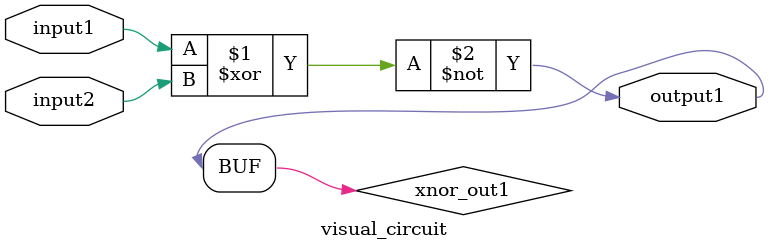
<source format=v>
module visual_circuit(
    input wire input1,
    input wire input2,
    output wire output1
);

    // Internal wires
    wire xnor_out1;

    // Logic implementation
    assign xnor_out1 = ~(input1 ^ input2);
    assign output1 = xnor_out1;

endmodule

</source>
